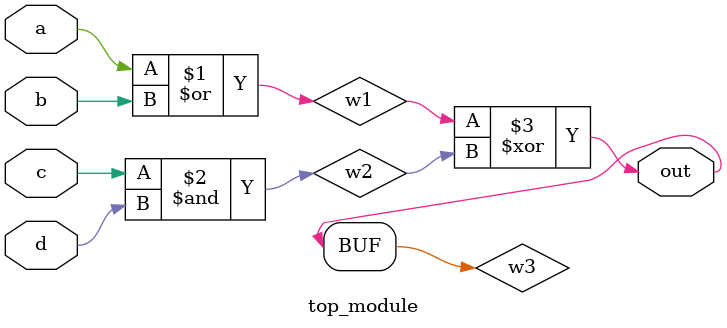
<source format=sv>
module top_module (
	input a, 
	input b,
	input c,
	input d,
	output out
);
	
	// Implement the circuit described by the Karnaugh map
	
	// Intermediate signals
	wire w1, w2, w3;
	
	// Logic gates
	or gate1(w1, a, b);
	and gate2(w2, c, d);
	xor gate3(w3, w1, w2);
	
	// Output
	assign out = w3;
	
endmodule

</source>
